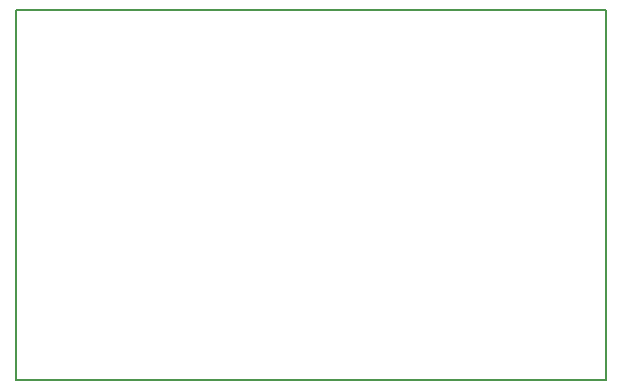
<source format=gbr>
G04 start of page 4 for group 2 idx 2 *
G04 Title: (unknown), outline *
G04 Creator: pcb 1.99z *
G04 CreationDate: Tue May  7 13:19:40 2013 UTC *
G04 For: matt *
G04 Format: Gerber/RS-274X *
G04 PCB-Dimensions (mil): 2165.35 1377.95 *
G04 PCB-Coordinate-Origin: lower left *
%MOIN*%
%FSLAX25Y25*%
%LNOUTLINE*%
%ADD72C,0.0059*%
G54D72*X9843Y134488D02*Y11063D01*
X206693Y134488D02*Y11063D01*
X9843D02*X206693D01*
X9843Y134488D02*X206693D01*
M02*

</source>
